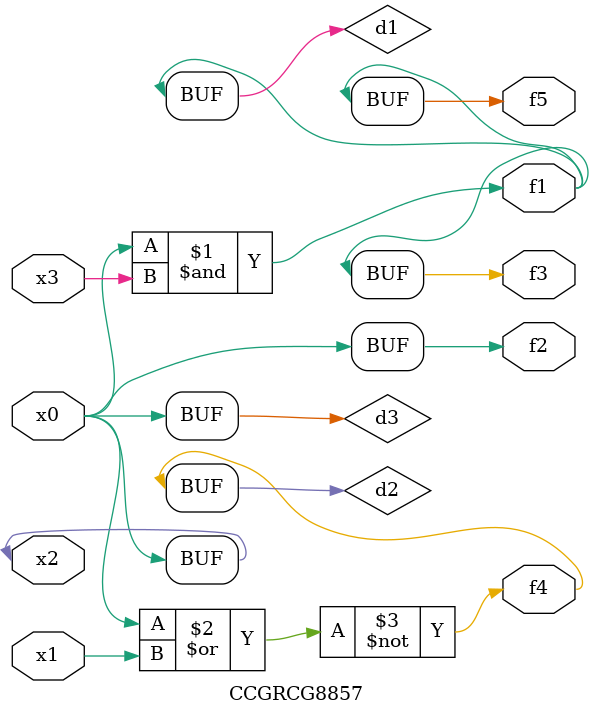
<source format=v>
module CCGRCG8857(
	input x0, x1, x2, x3,
	output f1, f2, f3, f4, f5
);

	wire d1, d2, d3;

	and (d1, x2, x3);
	nor (d2, x0, x1);
	buf (d3, x0, x2);
	assign f1 = d1;
	assign f2 = d3;
	assign f3 = d1;
	assign f4 = d2;
	assign f5 = d1;
endmodule

</source>
